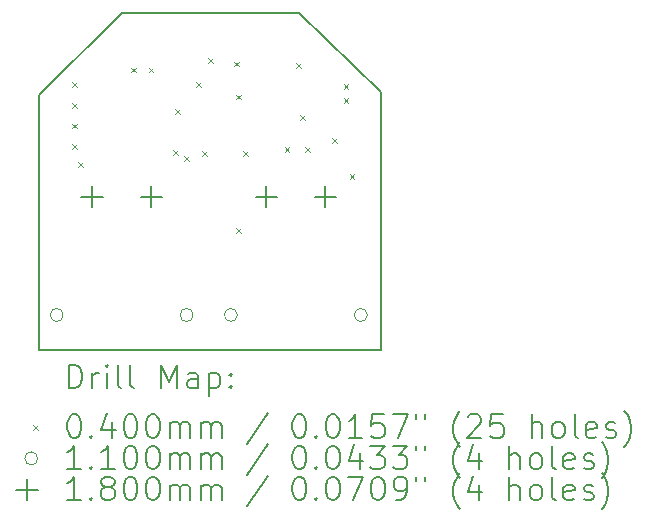
<source format=gbr>
%TF.GenerationSoftware,KiCad,Pcbnew,8.0.6*%
%TF.CreationDate,2024-12-04T14:05:33-08:00*%
%TF.ProjectId,micromppt,6d696372-6f6d-4707-9074-2e6b69636164,rev?*%
%TF.SameCoordinates,Original*%
%TF.FileFunction,Drillmap*%
%TF.FilePolarity,Positive*%
%FSLAX45Y45*%
G04 Gerber Fmt 4.5, Leading zero omitted, Abs format (unit mm)*
G04 Created by KiCad (PCBNEW 8.0.6) date 2024-12-04 14:05:33*
%MOMM*%
%LPD*%
G01*
G04 APERTURE LIST*
%ADD10C,0.200000*%
%ADD11C,0.100000*%
%ADD12C,0.110002*%
%ADD13C,0.179999*%
G04 APERTURE END LIST*
D10*
X9400000Y-6775000D02*
X9400000Y-4590000D01*
X6500000Y-4610000D02*
X6500000Y-6775000D01*
X6500000Y-4610000D02*
X7200000Y-3920000D01*
X9400000Y-4590000D02*
X8700000Y-3920000D01*
X8700000Y-3920000D02*
X7200000Y-3920000D01*
X6500000Y-6775000D02*
X9400000Y-6775000D01*
D11*
X6780000Y-4505000D02*
X6820000Y-4545000D01*
X6820000Y-4505000D02*
X6780000Y-4545000D01*
X6780000Y-4680000D02*
X6820000Y-4720000D01*
X6820000Y-4680000D02*
X6780000Y-4720000D01*
X6780000Y-4855000D02*
X6820000Y-4895000D01*
X6820000Y-4855000D02*
X6780000Y-4895000D01*
X6780000Y-5030000D02*
X6820000Y-5070000D01*
X6820000Y-5030000D02*
X6780000Y-5070000D01*
X6830000Y-5180000D02*
X6870000Y-5220000D01*
X6870000Y-5180000D02*
X6830000Y-5220000D01*
X7282703Y-4380000D02*
X7322703Y-4420000D01*
X7322703Y-4380000D02*
X7282703Y-4420000D01*
X7430000Y-4380000D02*
X7470000Y-4420000D01*
X7470000Y-4380000D02*
X7430000Y-4420000D01*
X7635000Y-5080000D02*
X7675000Y-5120000D01*
X7675000Y-5080000D02*
X7635000Y-5120000D01*
X7655000Y-4730000D02*
X7695000Y-4770000D01*
X7695000Y-4730000D02*
X7655000Y-4770000D01*
X7730000Y-5130000D02*
X7770000Y-5170000D01*
X7770000Y-5130000D02*
X7730000Y-5170000D01*
X7830000Y-4505000D02*
X7870000Y-4545000D01*
X7870000Y-4505000D02*
X7830000Y-4545000D01*
X7880000Y-5090000D02*
X7920000Y-5130000D01*
X7920000Y-5090000D02*
X7880000Y-5130000D01*
X7930000Y-4300000D02*
X7970000Y-4340000D01*
X7970000Y-4300000D02*
X7930000Y-4340000D01*
X8155000Y-4330000D02*
X8195000Y-4370000D01*
X8195000Y-4330000D02*
X8155000Y-4370000D01*
X8170000Y-4610000D02*
X8210000Y-4650000D01*
X8210000Y-4610000D02*
X8170000Y-4650000D01*
X8170000Y-5740000D02*
X8210000Y-5780000D01*
X8210000Y-5740000D02*
X8170000Y-5780000D01*
X8226265Y-5086265D02*
X8266265Y-5126265D01*
X8266265Y-5086265D02*
X8226265Y-5126265D01*
X8580000Y-5055000D02*
X8620000Y-5095000D01*
X8620000Y-5055000D02*
X8580000Y-5095000D01*
X8680000Y-4340000D02*
X8720000Y-4380000D01*
X8720000Y-4340000D02*
X8680000Y-4380000D01*
X8710000Y-4780000D02*
X8750000Y-4820000D01*
X8750000Y-4780000D02*
X8710000Y-4820000D01*
X8755000Y-5055000D02*
X8795000Y-5095000D01*
X8795000Y-5055000D02*
X8755000Y-5095000D01*
X8980000Y-4977500D02*
X9020000Y-5017500D01*
X9020000Y-4977500D02*
X8980000Y-5017500D01*
X9080000Y-4520000D02*
X9120000Y-4560000D01*
X9120000Y-4520000D02*
X9080000Y-4560000D01*
X9080000Y-4640000D02*
X9120000Y-4680000D01*
X9120000Y-4640000D02*
X9080000Y-4680000D01*
X9130000Y-5280000D02*
X9170000Y-5320000D01*
X9170000Y-5280000D02*
X9130000Y-5320000D01*
D12*
X6705001Y-6475000D02*
G75*
G02*
X6594999Y-6475000I-55001J0D01*
G01*
X6594999Y-6475000D02*
G75*
G02*
X6705001Y-6475000I55001J0D01*
G01*
X7805001Y-6475000D02*
G75*
G02*
X7694999Y-6475000I-55001J0D01*
G01*
X7694999Y-6475000D02*
G75*
G02*
X7805001Y-6475000I55001J0D01*
G01*
X8180001Y-6475000D02*
G75*
G02*
X8069999Y-6475000I-55001J0D01*
G01*
X8069999Y-6475000D02*
G75*
G02*
X8180001Y-6475000I55001J0D01*
G01*
X9280001Y-6475000D02*
G75*
G02*
X9169999Y-6475000I-55001J0D01*
G01*
X9169999Y-6475000D02*
G75*
G02*
X9280001Y-6475000I55001J0D01*
G01*
D13*
X6950000Y-5385000D02*
X6950000Y-5565000D01*
X6860000Y-5475000D02*
X7040000Y-5475000D01*
X7450000Y-5385000D02*
X7450000Y-5565000D01*
X7360000Y-5475000D02*
X7540000Y-5475000D01*
X8425000Y-5385000D02*
X8425000Y-5565000D01*
X8335000Y-5475000D02*
X8515000Y-5475000D01*
X8925000Y-5385000D02*
X8925000Y-5565000D01*
X8835000Y-5475000D02*
X9015000Y-5475000D01*
D10*
X6750777Y-7096484D02*
X6750777Y-6896484D01*
X6750777Y-6896484D02*
X6798396Y-6896484D01*
X6798396Y-6896484D02*
X6826967Y-6906008D01*
X6826967Y-6906008D02*
X6846015Y-6925055D01*
X6846015Y-6925055D02*
X6855539Y-6944103D01*
X6855539Y-6944103D02*
X6865062Y-6982198D01*
X6865062Y-6982198D02*
X6865062Y-7010769D01*
X6865062Y-7010769D02*
X6855539Y-7048865D01*
X6855539Y-7048865D02*
X6846015Y-7067912D01*
X6846015Y-7067912D02*
X6826967Y-7086960D01*
X6826967Y-7086960D02*
X6798396Y-7096484D01*
X6798396Y-7096484D02*
X6750777Y-7096484D01*
X6950777Y-7096484D02*
X6950777Y-6963150D01*
X6950777Y-7001246D02*
X6960301Y-6982198D01*
X6960301Y-6982198D02*
X6969824Y-6972674D01*
X6969824Y-6972674D02*
X6988872Y-6963150D01*
X6988872Y-6963150D02*
X7007920Y-6963150D01*
X7074586Y-7096484D02*
X7074586Y-6963150D01*
X7074586Y-6896484D02*
X7065062Y-6906008D01*
X7065062Y-6906008D02*
X7074586Y-6915531D01*
X7074586Y-6915531D02*
X7084110Y-6906008D01*
X7084110Y-6906008D02*
X7074586Y-6896484D01*
X7074586Y-6896484D02*
X7074586Y-6915531D01*
X7198396Y-7096484D02*
X7179348Y-7086960D01*
X7179348Y-7086960D02*
X7169824Y-7067912D01*
X7169824Y-7067912D02*
X7169824Y-6896484D01*
X7303158Y-7096484D02*
X7284110Y-7086960D01*
X7284110Y-7086960D02*
X7274586Y-7067912D01*
X7274586Y-7067912D02*
X7274586Y-6896484D01*
X7531729Y-7096484D02*
X7531729Y-6896484D01*
X7531729Y-6896484D02*
X7598396Y-7039341D01*
X7598396Y-7039341D02*
X7665062Y-6896484D01*
X7665062Y-6896484D02*
X7665062Y-7096484D01*
X7846015Y-7096484D02*
X7846015Y-6991722D01*
X7846015Y-6991722D02*
X7836491Y-6972674D01*
X7836491Y-6972674D02*
X7817443Y-6963150D01*
X7817443Y-6963150D02*
X7779348Y-6963150D01*
X7779348Y-6963150D02*
X7760301Y-6972674D01*
X7846015Y-7086960D02*
X7826967Y-7096484D01*
X7826967Y-7096484D02*
X7779348Y-7096484D01*
X7779348Y-7096484D02*
X7760301Y-7086960D01*
X7760301Y-7086960D02*
X7750777Y-7067912D01*
X7750777Y-7067912D02*
X7750777Y-7048865D01*
X7750777Y-7048865D02*
X7760301Y-7029817D01*
X7760301Y-7029817D02*
X7779348Y-7020293D01*
X7779348Y-7020293D02*
X7826967Y-7020293D01*
X7826967Y-7020293D02*
X7846015Y-7010769D01*
X7941253Y-6963150D02*
X7941253Y-7163150D01*
X7941253Y-6972674D02*
X7960301Y-6963150D01*
X7960301Y-6963150D02*
X7998396Y-6963150D01*
X7998396Y-6963150D02*
X8017443Y-6972674D01*
X8017443Y-6972674D02*
X8026967Y-6982198D01*
X8026967Y-6982198D02*
X8036491Y-7001246D01*
X8036491Y-7001246D02*
X8036491Y-7058388D01*
X8036491Y-7058388D02*
X8026967Y-7077436D01*
X8026967Y-7077436D02*
X8017443Y-7086960D01*
X8017443Y-7086960D02*
X7998396Y-7096484D01*
X7998396Y-7096484D02*
X7960301Y-7096484D01*
X7960301Y-7096484D02*
X7941253Y-7086960D01*
X8122205Y-7077436D02*
X8131729Y-7086960D01*
X8131729Y-7086960D02*
X8122205Y-7096484D01*
X8122205Y-7096484D02*
X8112682Y-7086960D01*
X8112682Y-7086960D02*
X8122205Y-7077436D01*
X8122205Y-7077436D02*
X8122205Y-7096484D01*
X8122205Y-6972674D02*
X8131729Y-6982198D01*
X8131729Y-6982198D02*
X8122205Y-6991722D01*
X8122205Y-6991722D02*
X8112682Y-6982198D01*
X8112682Y-6982198D02*
X8122205Y-6972674D01*
X8122205Y-6972674D02*
X8122205Y-6991722D01*
D11*
X6450000Y-7405000D02*
X6490000Y-7445000D01*
X6490000Y-7405000D02*
X6450000Y-7445000D01*
D10*
X6788872Y-7316484D02*
X6807920Y-7316484D01*
X6807920Y-7316484D02*
X6826967Y-7326008D01*
X6826967Y-7326008D02*
X6836491Y-7335531D01*
X6836491Y-7335531D02*
X6846015Y-7354579D01*
X6846015Y-7354579D02*
X6855539Y-7392674D01*
X6855539Y-7392674D02*
X6855539Y-7440293D01*
X6855539Y-7440293D02*
X6846015Y-7478388D01*
X6846015Y-7478388D02*
X6836491Y-7497436D01*
X6836491Y-7497436D02*
X6826967Y-7506960D01*
X6826967Y-7506960D02*
X6807920Y-7516484D01*
X6807920Y-7516484D02*
X6788872Y-7516484D01*
X6788872Y-7516484D02*
X6769824Y-7506960D01*
X6769824Y-7506960D02*
X6760301Y-7497436D01*
X6760301Y-7497436D02*
X6750777Y-7478388D01*
X6750777Y-7478388D02*
X6741253Y-7440293D01*
X6741253Y-7440293D02*
X6741253Y-7392674D01*
X6741253Y-7392674D02*
X6750777Y-7354579D01*
X6750777Y-7354579D02*
X6760301Y-7335531D01*
X6760301Y-7335531D02*
X6769824Y-7326008D01*
X6769824Y-7326008D02*
X6788872Y-7316484D01*
X6941253Y-7497436D02*
X6950777Y-7506960D01*
X6950777Y-7506960D02*
X6941253Y-7516484D01*
X6941253Y-7516484D02*
X6931729Y-7506960D01*
X6931729Y-7506960D02*
X6941253Y-7497436D01*
X6941253Y-7497436D02*
X6941253Y-7516484D01*
X7122205Y-7383150D02*
X7122205Y-7516484D01*
X7074586Y-7306960D02*
X7026967Y-7449817D01*
X7026967Y-7449817D02*
X7150777Y-7449817D01*
X7265062Y-7316484D02*
X7284110Y-7316484D01*
X7284110Y-7316484D02*
X7303158Y-7326008D01*
X7303158Y-7326008D02*
X7312682Y-7335531D01*
X7312682Y-7335531D02*
X7322205Y-7354579D01*
X7322205Y-7354579D02*
X7331729Y-7392674D01*
X7331729Y-7392674D02*
X7331729Y-7440293D01*
X7331729Y-7440293D02*
X7322205Y-7478388D01*
X7322205Y-7478388D02*
X7312682Y-7497436D01*
X7312682Y-7497436D02*
X7303158Y-7506960D01*
X7303158Y-7506960D02*
X7284110Y-7516484D01*
X7284110Y-7516484D02*
X7265062Y-7516484D01*
X7265062Y-7516484D02*
X7246015Y-7506960D01*
X7246015Y-7506960D02*
X7236491Y-7497436D01*
X7236491Y-7497436D02*
X7226967Y-7478388D01*
X7226967Y-7478388D02*
X7217443Y-7440293D01*
X7217443Y-7440293D02*
X7217443Y-7392674D01*
X7217443Y-7392674D02*
X7226967Y-7354579D01*
X7226967Y-7354579D02*
X7236491Y-7335531D01*
X7236491Y-7335531D02*
X7246015Y-7326008D01*
X7246015Y-7326008D02*
X7265062Y-7316484D01*
X7455539Y-7316484D02*
X7474586Y-7316484D01*
X7474586Y-7316484D02*
X7493634Y-7326008D01*
X7493634Y-7326008D02*
X7503158Y-7335531D01*
X7503158Y-7335531D02*
X7512682Y-7354579D01*
X7512682Y-7354579D02*
X7522205Y-7392674D01*
X7522205Y-7392674D02*
X7522205Y-7440293D01*
X7522205Y-7440293D02*
X7512682Y-7478388D01*
X7512682Y-7478388D02*
X7503158Y-7497436D01*
X7503158Y-7497436D02*
X7493634Y-7506960D01*
X7493634Y-7506960D02*
X7474586Y-7516484D01*
X7474586Y-7516484D02*
X7455539Y-7516484D01*
X7455539Y-7516484D02*
X7436491Y-7506960D01*
X7436491Y-7506960D02*
X7426967Y-7497436D01*
X7426967Y-7497436D02*
X7417443Y-7478388D01*
X7417443Y-7478388D02*
X7407920Y-7440293D01*
X7407920Y-7440293D02*
X7407920Y-7392674D01*
X7407920Y-7392674D02*
X7417443Y-7354579D01*
X7417443Y-7354579D02*
X7426967Y-7335531D01*
X7426967Y-7335531D02*
X7436491Y-7326008D01*
X7436491Y-7326008D02*
X7455539Y-7316484D01*
X7607920Y-7516484D02*
X7607920Y-7383150D01*
X7607920Y-7402198D02*
X7617443Y-7392674D01*
X7617443Y-7392674D02*
X7636491Y-7383150D01*
X7636491Y-7383150D02*
X7665063Y-7383150D01*
X7665063Y-7383150D02*
X7684110Y-7392674D01*
X7684110Y-7392674D02*
X7693634Y-7411722D01*
X7693634Y-7411722D02*
X7693634Y-7516484D01*
X7693634Y-7411722D02*
X7703158Y-7392674D01*
X7703158Y-7392674D02*
X7722205Y-7383150D01*
X7722205Y-7383150D02*
X7750777Y-7383150D01*
X7750777Y-7383150D02*
X7769824Y-7392674D01*
X7769824Y-7392674D02*
X7779348Y-7411722D01*
X7779348Y-7411722D02*
X7779348Y-7516484D01*
X7874586Y-7516484D02*
X7874586Y-7383150D01*
X7874586Y-7402198D02*
X7884110Y-7392674D01*
X7884110Y-7392674D02*
X7903158Y-7383150D01*
X7903158Y-7383150D02*
X7931729Y-7383150D01*
X7931729Y-7383150D02*
X7950777Y-7392674D01*
X7950777Y-7392674D02*
X7960301Y-7411722D01*
X7960301Y-7411722D02*
X7960301Y-7516484D01*
X7960301Y-7411722D02*
X7969824Y-7392674D01*
X7969824Y-7392674D02*
X7988872Y-7383150D01*
X7988872Y-7383150D02*
X8017443Y-7383150D01*
X8017443Y-7383150D02*
X8036491Y-7392674D01*
X8036491Y-7392674D02*
X8046015Y-7411722D01*
X8046015Y-7411722D02*
X8046015Y-7516484D01*
X8436491Y-7306960D02*
X8265063Y-7564103D01*
X8693634Y-7316484D02*
X8712682Y-7316484D01*
X8712682Y-7316484D02*
X8731729Y-7326008D01*
X8731729Y-7326008D02*
X8741253Y-7335531D01*
X8741253Y-7335531D02*
X8750777Y-7354579D01*
X8750777Y-7354579D02*
X8760301Y-7392674D01*
X8760301Y-7392674D02*
X8760301Y-7440293D01*
X8760301Y-7440293D02*
X8750777Y-7478388D01*
X8750777Y-7478388D02*
X8741253Y-7497436D01*
X8741253Y-7497436D02*
X8731729Y-7506960D01*
X8731729Y-7506960D02*
X8712682Y-7516484D01*
X8712682Y-7516484D02*
X8693634Y-7516484D01*
X8693634Y-7516484D02*
X8674587Y-7506960D01*
X8674587Y-7506960D02*
X8665063Y-7497436D01*
X8665063Y-7497436D02*
X8655539Y-7478388D01*
X8655539Y-7478388D02*
X8646015Y-7440293D01*
X8646015Y-7440293D02*
X8646015Y-7392674D01*
X8646015Y-7392674D02*
X8655539Y-7354579D01*
X8655539Y-7354579D02*
X8665063Y-7335531D01*
X8665063Y-7335531D02*
X8674587Y-7326008D01*
X8674587Y-7326008D02*
X8693634Y-7316484D01*
X8846015Y-7497436D02*
X8855539Y-7506960D01*
X8855539Y-7506960D02*
X8846015Y-7516484D01*
X8846015Y-7516484D02*
X8836491Y-7506960D01*
X8836491Y-7506960D02*
X8846015Y-7497436D01*
X8846015Y-7497436D02*
X8846015Y-7516484D01*
X8979348Y-7316484D02*
X8998396Y-7316484D01*
X8998396Y-7316484D02*
X9017444Y-7326008D01*
X9017444Y-7326008D02*
X9026968Y-7335531D01*
X9026968Y-7335531D02*
X9036491Y-7354579D01*
X9036491Y-7354579D02*
X9046015Y-7392674D01*
X9046015Y-7392674D02*
X9046015Y-7440293D01*
X9046015Y-7440293D02*
X9036491Y-7478388D01*
X9036491Y-7478388D02*
X9026968Y-7497436D01*
X9026968Y-7497436D02*
X9017444Y-7506960D01*
X9017444Y-7506960D02*
X8998396Y-7516484D01*
X8998396Y-7516484D02*
X8979348Y-7516484D01*
X8979348Y-7516484D02*
X8960301Y-7506960D01*
X8960301Y-7506960D02*
X8950777Y-7497436D01*
X8950777Y-7497436D02*
X8941253Y-7478388D01*
X8941253Y-7478388D02*
X8931729Y-7440293D01*
X8931729Y-7440293D02*
X8931729Y-7392674D01*
X8931729Y-7392674D02*
X8941253Y-7354579D01*
X8941253Y-7354579D02*
X8950777Y-7335531D01*
X8950777Y-7335531D02*
X8960301Y-7326008D01*
X8960301Y-7326008D02*
X8979348Y-7316484D01*
X9236491Y-7516484D02*
X9122206Y-7516484D01*
X9179348Y-7516484D02*
X9179348Y-7316484D01*
X9179348Y-7316484D02*
X9160301Y-7345055D01*
X9160301Y-7345055D02*
X9141253Y-7364103D01*
X9141253Y-7364103D02*
X9122206Y-7373627D01*
X9417444Y-7316484D02*
X9322206Y-7316484D01*
X9322206Y-7316484D02*
X9312682Y-7411722D01*
X9312682Y-7411722D02*
X9322206Y-7402198D01*
X9322206Y-7402198D02*
X9341253Y-7392674D01*
X9341253Y-7392674D02*
X9388872Y-7392674D01*
X9388872Y-7392674D02*
X9407920Y-7402198D01*
X9407920Y-7402198D02*
X9417444Y-7411722D01*
X9417444Y-7411722D02*
X9426968Y-7430769D01*
X9426968Y-7430769D02*
X9426968Y-7478388D01*
X9426968Y-7478388D02*
X9417444Y-7497436D01*
X9417444Y-7497436D02*
X9407920Y-7506960D01*
X9407920Y-7506960D02*
X9388872Y-7516484D01*
X9388872Y-7516484D02*
X9341253Y-7516484D01*
X9341253Y-7516484D02*
X9322206Y-7506960D01*
X9322206Y-7506960D02*
X9312682Y-7497436D01*
X9493634Y-7316484D02*
X9626968Y-7316484D01*
X9626968Y-7316484D02*
X9541253Y-7516484D01*
X9693634Y-7316484D02*
X9693634Y-7354579D01*
X9769825Y-7316484D02*
X9769825Y-7354579D01*
X10065063Y-7592674D02*
X10055539Y-7583150D01*
X10055539Y-7583150D02*
X10036491Y-7554579D01*
X10036491Y-7554579D02*
X10026968Y-7535531D01*
X10026968Y-7535531D02*
X10017444Y-7506960D01*
X10017444Y-7506960D02*
X10007920Y-7459341D01*
X10007920Y-7459341D02*
X10007920Y-7421246D01*
X10007920Y-7421246D02*
X10017444Y-7373627D01*
X10017444Y-7373627D02*
X10026968Y-7345055D01*
X10026968Y-7345055D02*
X10036491Y-7326008D01*
X10036491Y-7326008D02*
X10055539Y-7297436D01*
X10055539Y-7297436D02*
X10065063Y-7287912D01*
X10131730Y-7335531D02*
X10141253Y-7326008D01*
X10141253Y-7326008D02*
X10160301Y-7316484D01*
X10160301Y-7316484D02*
X10207920Y-7316484D01*
X10207920Y-7316484D02*
X10226968Y-7326008D01*
X10226968Y-7326008D02*
X10236491Y-7335531D01*
X10236491Y-7335531D02*
X10246015Y-7354579D01*
X10246015Y-7354579D02*
X10246015Y-7373627D01*
X10246015Y-7373627D02*
X10236491Y-7402198D01*
X10236491Y-7402198D02*
X10122206Y-7516484D01*
X10122206Y-7516484D02*
X10246015Y-7516484D01*
X10426968Y-7316484D02*
X10331730Y-7316484D01*
X10331730Y-7316484D02*
X10322206Y-7411722D01*
X10322206Y-7411722D02*
X10331730Y-7402198D01*
X10331730Y-7402198D02*
X10350777Y-7392674D01*
X10350777Y-7392674D02*
X10398396Y-7392674D01*
X10398396Y-7392674D02*
X10417444Y-7402198D01*
X10417444Y-7402198D02*
X10426968Y-7411722D01*
X10426968Y-7411722D02*
X10436491Y-7430769D01*
X10436491Y-7430769D02*
X10436491Y-7478388D01*
X10436491Y-7478388D02*
X10426968Y-7497436D01*
X10426968Y-7497436D02*
X10417444Y-7506960D01*
X10417444Y-7506960D02*
X10398396Y-7516484D01*
X10398396Y-7516484D02*
X10350777Y-7516484D01*
X10350777Y-7516484D02*
X10331730Y-7506960D01*
X10331730Y-7506960D02*
X10322206Y-7497436D01*
X10674587Y-7516484D02*
X10674587Y-7316484D01*
X10760301Y-7516484D02*
X10760301Y-7411722D01*
X10760301Y-7411722D02*
X10750777Y-7392674D01*
X10750777Y-7392674D02*
X10731730Y-7383150D01*
X10731730Y-7383150D02*
X10703158Y-7383150D01*
X10703158Y-7383150D02*
X10684111Y-7392674D01*
X10684111Y-7392674D02*
X10674587Y-7402198D01*
X10884111Y-7516484D02*
X10865063Y-7506960D01*
X10865063Y-7506960D02*
X10855539Y-7497436D01*
X10855539Y-7497436D02*
X10846015Y-7478388D01*
X10846015Y-7478388D02*
X10846015Y-7421246D01*
X10846015Y-7421246D02*
X10855539Y-7402198D01*
X10855539Y-7402198D02*
X10865063Y-7392674D01*
X10865063Y-7392674D02*
X10884111Y-7383150D01*
X10884111Y-7383150D02*
X10912682Y-7383150D01*
X10912682Y-7383150D02*
X10931730Y-7392674D01*
X10931730Y-7392674D02*
X10941253Y-7402198D01*
X10941253Y-7402198D02*
X10950777Y-7421246D01*
X10950777Y-7421246D02*
X10950777Y-7478388D01*
X10950777Y-7478388D02*
X10941253Y-7497436D01*
X10941253Y-7497436D02*
X10931730Y-7506960D01*
X10931730Y-7506960D02*
X10912682Y-7516484D01*
X10912682Y-7516484D02*
X10884111Y-7516484D01*
X11065063Y-7516484D02*
X11046015Y-7506960D01*
X11046015Y-7506960D02*
X11036492Y-7487912D01*
X11036492Y-7487912D02*
X11036492Y-7316484D01*
X11217444Y-7506960D02*
X11198396Y-7516484D01*
X11198396Y-7516484D02*
X11160301Y-7516484D01*
X11160301Y-7516484D02*
X11141253Y-7506960D01*
X11141253Y-7506960D02*
X11131730Y-7487912D01*
X11131730Y-7487912D02*
X11131730Y-7411722D01*
X11131730Y-7411722D02*
X11141253Y-7392674D01*
X11141253Y-7392674D02*
X11160301Y-7383150D01*
X11160301Y-7383150D02*
X11198396Y-7383150D01*
X11198396Y-7383150D02*
X11217444Y-7392674D01*
X11217444Y-7392674D02*
X11226968Y-7411722D01*
X11226968Y-7411722D02*
X11226968Y-7430769D01*
X11226968Y-7430769D02*
X11131730Y-7449817D01*
X11303158Y-7506960D02*
X11322206Y-7516484D01*
X11322206Y-7516484D02*
X11360301Y-7516484D01*
X11360301Y-7516484D02*
X11379349Y-7506960D01*
X11379349Y-7506960D02*
X11388872Y-7487912D01*
X11388872Y-7487912D02*
X11388872Y-7478388D01*
X11388872Y-7478388D02*
X11379349Y-7459341D01*
X11379349Y-7459341D02*
X11360301Y-7449817D01*
X11360301Y-7449817D02*
X11331730Y-7449817D01*
X11331730Y-7449817D02*
X11312682Y-7440293D01*
X11312682Y-7440293D02*
X11303158Y-7421246D01*
X11303158Y-7421246D02*
X11303158Y-7411722D01*
X11303158Y-7411722D02*
X11312682Y-7392674D01*
X11312682Y-7392674D02*
X11331730Y-7383150D01*
X11331730Y-7383150D02*
X11360301Y-7383150D01*
X11360301Y-7383150D02*
X11379349Y-7392674D01*
X11455539Y-7592674D02*
X11465063Y-7583150D01*
X11465063Y-7583150D02*
X11484111Y-7554579D01*
X11484111Y-7554579D02*
X11493634Y-7535531D01*
X11493634Y-7535531D02*
X11503158Y-7506960D01*
X11503158Y-7506960D02*
X11512682Y-7459341D01*
X11512682Y-7459341D02*
X11512682Y-7421246D01*
X11512682Y-7421246D02*
X11503158Y-7373627D01*
X11503158Y-7373627D02*
X11493634Y-7345055D01*
X11493634Y-7345055D02*
X11484111Y-7326008D01*
X11484111Y-7326008D02*
X11465063Y-7297436D01*
X11465063Y-7297436D02*
X11455539Y-7287912D01*
D12*
X6490000Y-7689000D02*
G75*
G02*
X6379998Y-7689000I-55001J0D01*
G01*
X6379998Y-7689000D02*
G75*
G02*
X6490000Y-7689000I55001J0D01*
G01*
D10*
X6855539Y-7780484D02*
X6741253Y-7780484D01*
X6798396Y-7780484D02*
X6798396Y-7580484D01*
X6798396Y-7580484D02*
X6779348Y-7609055D01*
X6779348Y-7609055D02*
X6760301Y-7628103D01*
X6760301Y-7628103D02*
X6741253Y-7637627D01*
X6941253Y-7761436D02*
X6950777Y-7770960D01*
X6950777Y-7770960D02*
X6941253Y-7780484D01*
X6941253Y-7780484D02*
X6931729Y-7770960D01*
X6931729Y-7770960D02*
X6941253Y-7761436D01*
X6941253Y-7761436D02*
X6941253Y-7780484D01*
X7141253Y-7780484D02*
X7026967Y-7780484D01*
X7084110Y-7780484D02*
X7084110Y-7580484D01*
X7084110Y-7580484D02*
X7065062Y-7609055D01*
X7065062Y-7609055D02*
X7046015Y-7628103D01*
X7046015Y-7628103D02*
X7026967Y-7637627D01*
X7265062Y-7580484D02*
X7284110Y-7580484D01*
X7284110Y-7580484D02*
X7303158Y-7590008D01*
X7303158Y-7590008D02*
X7312682Y-7599531D01*
X7312682Y-7599531D02*
X7322205Y-7618579D01*
X7322205Y-7618579D02*
X7331729Y-7656674D01*
X7331729Y-7656674D02*
X7331729Y-7704293D01*
X7331729Y-7704293D02*
X7322205Y-7742388D01*
X7322205Y-7742388D02*
X7312682Y-7761436D01*
X7312682Y-7761436D02*
X7303158Y-7770960D01*
X7303158Y-7770960D02*
X7284110Y-7780484D01*
X7284110Y-7780484D02*
X7265062Y-7780484D01*
X7265062Y-7780484D02*
X7246015Y-7770960D01*
X7246015Y-7770960D02*
X7236491Y-7761436D01*
X7236491Y-7761436D02*
X7226967Y-7742388D01*
X7226967Y-7742388D02*
X7217443Y-7704293D01*
X7217443Y-7704293D02*
X7217443Y-7656674D01*
X7217443Y-7656674D02*
X7226967Y-7618579D01*
X7226967Y-7618579D02*
X7236491Y-7599531D01*
X7236491Y-7599531D02*
X7246015Y-7590008D01*
X7246015Y-7590008D02*
X7265062Y-7580484D01*
X7455539Y-7580484D02*
X7474586Y-7580484D01*
X7474586Y-7580484D02*
X7493634Y-7590008D01*
X7493634Y-7590008D02*
X7503158Y-7599531D01*
X7503158Y-7599531D02*
X7512682Y-7618579D01*
X7512682Y-7618579D02*
X7522205Y-7656674D01*
X7522205Y-7656674D02*
X7522205Y-7704293D01*
X7522205Y-7704293D02*
X7512682Y-7742388D01*
X7512682Y-7742388D02*
X7503158Y-7761436D01*
X7503158Y-7761436D02*
X7493634Y-7770960D01*
X7493634Y-7770960D02*
X7474586Y-7780484D01*
X7474586Y-7780484D02*
X7455539Y-7780484D01*
X7455539Y-7780484D02*
X7436491Y-7770960D01*
X7436491Y-7770960D02*
X7426967Y-7761436D01*
X7426967Y-7761436D02*
X7417443Y-7742388D01*
X7417443Y-7742388D02*
X7407920Y-7704293D01*
X7407920Y-7704293D02*
X7407920Y-7656674D01*
X7407920Y-7656674D02*
X7417443Y-7618579D01*
X7417443Y-7618579D02*
X7426967Y-7599531D01*
X7426967Y-7599531D02*
X7436491Y-7590008D01*
X7436491Y-7590008D02*
X7455539Y-7580484D01*
X7607920Y-7780484D02*
X7607920Y-7647150D01*
X7607920Y-7666198D02*
X7617443Y-7656674D01*
X7617443Y-7656674D02*
X7636491Y-7647150D01*
X7636491Y-7647150D02*
X7665063Y-7647150D01*
X7665063Y-7647150D02*
X7684110Y-7656674D01*
X7684110Y-7656674D02*
X7693634Y-7675722D01*
X7693634Y-7675722D02*
X7693634Y-7780484D01*
X7693634Y-7675722D02*
X7703158Y-7656674D01*
X7703158Y-7656674D02*
X7722205Y-7647150D01*
X7722205Y-7647150D02*
X7750777Y-7647150D01*
X7750777Y-7647150D02*
X7769824Y-7656674D01*
X7769824Y-7656674D02*
X7779348Y-7675722D01*
X7779348Y-7675722D02*
X7779348Y-7780484D01*
X7874586Y-7780484D02*
X7874586Y-7647150D01*
X7874586Y-7666198D02*
X7884110Y-7656674D01*
X7884110Y-7656674D02*
X7903158Y-7647150D01*
X7903158Y-7647150D02*
X7931729Y-7647150D01*
X7931729Y-7647150D02*
X7950777Y-7656674D01*
X7950777Y-7656674D02*
X7960301Y-7675722D01*
X7960301Y-7675722D02*
X7960301Y-7780484D01*
X7960301Y-7675722D02*
X7969824Y-7656674D01*
X7969824Y-7656674D02*
X7988872Y-7647150D01*
X7988872Y-7647150D02*
X8017443Y-7647150D01*
X8017443Y-7647150D02*
X8036491Y-7656674D01*
X8036491Y-7656674D02*
X8046015Y-7675722D01*
X8046015Y-7675722D02*
X8046015Y-7780484D01*
X8436491Y-7570960D02*
X8265063Y-7828103D01*
X8693634Y-7580484D02*
X8712682Y-7580484D01*
X8712682Y-7580484D02*
X8731729Y-7590008D01*
X8731729Y-7590008D02*
X8741253Y-7599531D01*
X8741253Y-7599531D02*
X8750777Y-7618579D01*
X8750777Y-7618579D02*
X8760301Y-7656674D01*
X8760301Y-7656674D02*
X8760301Y-7704293D01*
X8760301Y-7704293D02*
X8750777Y-7742388D01*
X8750777Y-7742388D02*
X8741253Y-7761436D01*
X8741253Y-7761436D02*
X8731729Y-7770960D01*
X8731729Y-7770960D02*
X8712682Y-7780484D01*
X8712682Y-7780484D02*
X8693634Y-7780484D01*
X8693634Y-7780484D02*
X8674587Y-7770960D01*
X8674587Y-7770960D02*
X8665063Y-7761436D01*
X8665063Y-7761436D02*
X8655539Y-7742388D01*
X8655539Y-7742388D02*
X8646015Y-7704293D01*
X8646015Y-7704293D02*
X8646015Y-7656674D01*
X8646015Y-7656674D02*
X8655539Y-7618579D01*
X8655539Y-7618579D02*
X8665063Y-7599531D01*
X8665063Y-7599531D02*
X8674587Y-7590008D01*
X8674587Y-7590008D02*
X8693634Y-7580484D01*
X8846015Y-7761436D02*
X8855539Y-7770960D01*
X8855539Y-7770960D02*
X8846015Y-7780484D01*
X8846015Y-7780484D02*
X8836491Y-7770960D01*
X8836491Y-7770960D02*
X8846015Y-7761436D01*
X8846015Y-7761436D02*
X8846015Y-7780484D01*
X8979348Y-7580484D02*
X8998396Y-7580484D01*
X8998396Y-7580484D02*
X9017444Y-7590008D01*
X9017444Y-7590008D02*
X9026968Y-7599531D01*
X9026968Y-7599531D02*
X9036491Y-7618579D01*
X9036491Y-7618579D02*
X9046015Y-7656674D01*
X9046015Y-7656674D02*
X9046015Y-7704293D01*
X9046015Y-7704293D02*
X9036491Y-7742388D01*
X9036491Y-7742388D02*
X9026968Y-7761436D01*
X9026968Y-7761436D02*
X9017444Y-7770960D01*
X9017444Y-7770960D02*
X8998396Y-7780484D01*
X8998396Y-7780484D02*
X8979348Y-7780484D01*
X8979348Y-7780484D02*
X8960301Y-7770960D01*
X8960301Y-7770960D02*
X8950777Y-7761436D01*
X8950777Y-7761436D02*
X8941253Y-7742388D01*
X8941253Y-7742388D02*
X8931729Y-7704293D01*
X8931729Y-7704293D02*
X8931729Y-7656674D01*
X8931729Y-7656674D02*
X8941253Y-7618579D01*
X8941253Y-7618579D02*
X8950777Y-7599531D01*
X8950777Y-7599531D02*
X8960301Y-7590008D01*
X8960301Y-7590008D02*
X8979348Y-7580484D01*
X9217444Y-7647150D02*
X9217444Y-7780484D01*
X9169825Y-7570960D02*
X9122206Y-7713817D01*
X9122206Y-7713817D02*
X9246015Y-7713817D01*
X9303158Y-7580484D02*
X9426968Y-7580484D01*
X9426968Y-7580484D02*
X9360301Y-7656674D01*
X9360301Y-7656674D02*
X9388872Y-7656674D01*
X9388872Y-7656674D02*
X9407920Y-7666198D01*
X9407920Y-7666198D02*
X9417444Y-7675722D01*
X9417444Y-7675722D02*
X9426968Y-7694769D01*
X9426968Y-7694769D02*
X9426968Y-7742388D01*
X9426968Y-7742388D02*
X9417444Y-7761436D01*
X9417444Y-7761436D02*
X9407920Y-7770960D01*
X9407920Y-7770960D02*
X9388872Y-7780484D01*
X9388872Y-7780484D02*
X9331729Y-7780484D01*
X9331729Y-7780484D02*
X9312682Y-7770960D01*
X9312682Y-7770960D02*
X9303158Y-7761436D01*
X9493634Y-7580484D02*
X9617444Y-7580484D01*
X9617444Y-7580484D02*
X9550777Y-7656674D01*
X9550777Y-7656674D02*
X9579349Y-7656674D01*
X9579349Y-7656674D02*
X9598396Y-7666198D01*
X9598396Y-7666198D02*
X9607920Y-7675722D01*
X9607920Y-7675722D02*
X9617444Y-7694769D01*
X9617444Y-7694769D02*
X9617444Y-7742388D01*
X9617444Y-7742388D02*
X9607920Y-7761436D01*
X9607920Y-7761436D02*
X9598396Y-7770960D01*
X9598396Y-7770960D02*
X9579349Y-7780484D01*
X9579349Y-7780484D02*
X9522206Y-7780484D01*
X9522206Y-7780484D02*
X9503158Y-7770960D01*
X9503158Y-7770960D02*
X9493634Y-7761436D01*
X9693634Y-7580484D02*
X9693634Y-7618579D01*
X9769825Y-7580484D02*
X9769825Y-7618579D01*
X10065063Y-7856674D02*
X10055539Y-7847150D01*
X10055539Y-7847150D02*
X10036491Y-7818579D01*
X10036491Y-7818579D02*
X10026968Y-7799531D01*
X10026968Y-7799531D02*
X10017444Y-7770960D01*
X10017444Y-7770960D02*
X10007920Y-7723341D01*
X10007920Y-7723341D02*
X10007920Y-7685246D01*
X10007920Y-7685246D02*
X10017444Y-7637627D01*
X10017444Y-7637627D02*
X10026968Y-7609055D01*
X10026968Y-7609055D02*
X10036491Y-7590008D01*
X10036491Y-7590008D02*
X10055539Y-7561436D01*
X10055539Y-7561436D02*
X10065063Y-7551912D01*
X10226968Y-7647150D02*
X10226968Y-7780484D01*
X10179349Y-7570960D02*
X10131730Y-7713817D01*
X10131730Y-7713817D02*
X10255539Y-7713817D01*
X10484111Y-7780484D02*
X10484111Y-7580484D01*
X10569825Y-7780484D02*
X10569825Y-7675722D01*
X10569825Y-7675722D02*
X10560301Y-7656674D01*
X10560301Y-7656674D02*
X10541253Y-7647150D01*
X10541253Y-7647150D02*
X10512682Y-7647150D01*
X10512682Y-7647150D02*
X10493634Y-7656674D01*
X10493634Y-7656674D02*
X10484111Y-7666198D01*
X10693634Y-7780484D02*
X10674587Y-7770960D01*
X10674587Y-7770960D02*
X10665063Y-7761436D01*
X10665063Y-7761436D02*
X10655539Y-7742388D01*
X10655539Y-7742388D02*
X10655539Y-7685246D01*
X10655539Y-7685246D02*
X10665063Y-7666198D01*
X10665063Y-7666198D02*
X10674587Y-7656674D01*
X10674587Y-7656674D02*
X10693634Y-7647150D01*
X10693634Y-7647150D02*
X10722206Y-7647150D01*
X10722206Y-7647150D02*
X10741253Y-7656674D01*
X10741253Y-7656674D02*
X10750777Y-7666198D01*
X10750777Y-7666198D02*
X10760301Y-7685246D01*
X10760301Y-7685246D02*
X10760301Y-7742388D01*
X10760301Y-7742388D02*
X10750777Y-7761436D01*
X10750777Y-7761436D02*
X10741253Y-7770960D01*
X10741253Y-7770960D02*
X10722206Y-7780484D01*
X10722206Y-7780484D02*
X10693634Y-7780484D01*
X10874587Y-7780484D02*
X10855539Y-7770960D01*
X10855539Y-7770960D02*
X10846015Y-7751912D01*
X10846015Y-7751912D02*
X10846015Y-7580484D01*
X11026968Y-7770960D02*
X11007920Y-7780484D01*
X11007920Y-7780484D02*
X10969825Y-7780484D01*
X10969825Y-7780484D02*
X10950777Y-7770960D01*
X10950777Y-7770960D02*
X10941253Y-7751912D01*
X10941253Y-7751912D02*
X10941253Y-7675722D01*
X10941253Y-7675722D02*
X10950777Y-7656674D01*
X10950777Y-7656674D02*
X10969825Y-7647150D01*
X10969825Y-7647150D02*
X11007920Y-7647150D01*
X11007920Y-7647150D02*
X11026968Y-7656674D01*
X11026968Y-7656674D02*
X11036492Y-7675722D01*
X11036492Y-7675722D02*
X11036492Y-7694769D01*
X11036492Y-7694769D02*
X10941253Y-7713817D01*
X11112682Y-7770960D02*
X11131730Y-7780484D01*
X11131730Y-7780484D02*
X11169825Y-7780484D01*
X11169825Y-7780484D02*
X11188872Y-7770960D01*
X11188872Y-7770960D02*
X11198396Y-7751912D01*
X11198396Y-7751912D02*
X11198396Y-7742388D01*
X11198396Y-7742388D02*
X11188872Y-7723341D01*
X11188872Y-7723341D02*
X11169825Y-7713817D01*
X11169825Y-7713817D02*
X11141253Y-7713817D01*
X11141253Y-7713817D02*
X11122206Y-7704293D01*
X11122206Y-7704293D02*
X11112682Y-7685246D01*
X11112682Y-7685246D02*
X11112682Y-7675722D01*
X11112682Y-7675722D02*
X11122206Y-7656674D01*
X11122206Y-7656674D02*
X11141253Y-7647150D01*
X11141253Y-7647150D02*
X11169825Y-7647150D01*
X11169825Y-7647150D02*
X11188872Y-7656674D01*
X11265063Y-7856674D02*
X11274587Y-7847150D01*
X11274587Y-7847150D02*
X11293634Y-7818579D01*
X11293634Y-7818579D02*
X11303158Y-7799531D01*
X11303158Y-7799531D02*
X11312682Y-7770960D01*
X11312682Y-7770960D02*
X11322206Y-7723341D01*
X11322206Y-7723341D02*
X11322206Y-7685246D01*
X11322206Y-7685246D02*
X11312682Y-7637627D01*
X11312682Y-7637627D02*
X11303158Y-7609055D01*
X11303158Y-7609055D02*
X11293634Y-7590008D01*
X11293634Y-7590008D02*
X11274587Y-7561436D01*
X11274587Y-7561436D02*
X11265063Y-7551912D01*
D13*
X6400000Y-7863000D02*
X6400000Y-8043000D01*
X6310000Y-7953000D02*
X6490000Y-7953000D01*
D10*
X6855539Y-8044484D02*
X6741253Y-8044484D01*
X6798396Y-8044484D02*
X6798396Y-7844484D01*
X6798396Y-7844484D02*
X6779348Y-7873055D01*
X6779348Y-7873055D02*
X6760301Y-7892103D01*
X6760301Y-7892103D02*
X6741253Y-7901627D01*
X6941253Y-8025436D02*
X6950777Y-8034960D01*
X6950777Y-8034960D02*
X6941253Y-8044484D01*
X6941253Y-8044484D02*
X6931729Y-8034960D01*
X6931729Y-8034960D02*
X6941253Y-8025436D01*
X6941253Y-8025436D02*
X6941253Y-8044484D01*
X7065062Y-7930198D02*
X7046015Y-7920674D01*
X7046015Y-7920674D02*
X7036491Y-7911150D01*
X7036491Y-7911150D02*
X7026967Y-7892103D01*
X7026967Y-7892103D02*
X7026967Y-7882579D01*
X7026967Y-7882579D02*
X7036491Y-7863531D01*
X7036491Y-7863531D02*
X7046015Y-7854008D01*
X7046015Y-7854008D02*
X7065062Y-7844484D01*
X7065062Y-7844484D02*
X7103158Y-7844484D01*
X7103158Y-7844484D02*
X7122205Y-7854008D01*
X7122205Y-7854008D02*
X7131729Y-7863531D01*
X7131729Y-7863531D02*
X7141253Y-7882579D01*
X7141253Y-7882579D02*
X7141253Y-7892103D01*
X7141253Y-7892103D02*
X7131729Y-7911150D01*
X7131729Y-7911150D02*
X7122205Y-7920674D01*
X7122205Y-7920674D02*
X7103158Y-7930198D01*
X7103158Y-7930198D02*
X7065062Y-7930198D01*
X7065062Y-7930198D02*
X7046015Y-7939722D01*
X7046015Y-7939722D02*
X7036491Y-7949246D01*
X7036491Y-7949246D02*
X7026967Y-7968293D01*
X7026967Y-7968293D02*
X7026967Y-8006388D01*
X7026967Y-8006388D02*
X7036491Y-8025436D01*
X7036491Y-8025436D02*
X7046015Y-8034960D01*
X7046015Y-8034960D02*
X7065062Y-8044484D01*
X7065062Y-8044484D02*
X7103158Y-8044484D01*
X7103158Y-8044484D02*
X7122205Y-8034960D01*
X7122205Y-8034960D02*
X7131729Y-8025436D01*
X7131729Y-8025436D02*
X7141253Y-8006388D01*
X7141253Y-8006388D02*
X7141253Y-7968293D01*
X7141253Y-7968293D02*
X7131729Y-7949246D01*
X7131729Y-7949246D02*
X7122205Y-7939722D01*
X7122205Y-7939722D02*
X7103158Y-7930198D01*
X7265062Y-7844484D02*
X7284110Y-7844484D01*
X7284110Y-7844484D02*
X7303158Y-7854008D01*
X7303158Y-7854008D02*
X7312682Y-7863531D01*
X7312682Y-7863531D02*
X7322205Y-7882579D01*
X7322205Y-7882579D02*
X7331729Y-7920674D01*
X7331729Y-7920674D02*
X7331729Y-7968293D01*
X7331729Y-7968293D02*
X7322205Y-8006388D01*
X7322205Y-8006388D02*
X7312682Y-8025436D01*
X7312682Y-8025436D02*
X7303158Y-8034960D01*
X7303158Y-8034960D02*
X7284110Y-8044484D01*
X7284110Y-8044484D02*
X7265062Y-8044484D01*
X7265062Y-8044484D02*
X7246015Y-8034960D01*
X7246015Y-8034960D02*
X7236491Y-8025436D01*
X7236491Y-8025436D02*
X7226967Y-8006388D01*
X7226967Y-8006388D02*
X7217443Y-7968293D01*
X7217443Y-7968293D02*
X7217443Y-7920674D01*
X7217443Y-7920674D02*
X7226967Y-7882579D01*
X7226967Y-7882579D02*
X7236491Y-7863531D01*
X7236491Y-7863531D02*
X7246015Y-7854008D01*
X7246015Y-7854008D02*
X7265062Y-7844484D01*
X7455539Y-7844484D02*
X7474586Y-7844484D01*
X7474586Y-7844484D02*
X7493634Y-7854008D01*
X7493634Y-7854008D02*
X7503158Y-7863531D01*
X7503158Y-7863531D02*
X7512682Y-7882579D01*
X7512682Y-7882579D02*
X7522205Y-7920674D01*
X7522205Y-7920674D02*
X7522205Y-7968293D01*
X7522205Y-7968293D02*
X7512682Y-8006388D01*
X7512682Y-8006388D02*
X7503158Y-8025436D01*
X7503158Y-8025436D02*
X7493634Y-8034960D01*
X7493634Y-8034960D02*
X7474586Y-8044484D01*
X7474586Y-8044484D02*
X7455539Y-8044484D01*
X7455539Y-8044484D02*
X7436491Y-8034960D01*
X7436491Y-8034960D02*
X7426967Y-8025436D01*
X7426967Y-8025436D02*
X7417443Y-8006388D01*
X7417443Y-8006388D02*
X7407920Y-7968293D01*
X7407920Y-7968293D02*
X7407920Y-7920674D01*
X7407920Y-7920674D02*
X7417443Y-7882579D01*
X7417443Y-7882579D02*
X7426967Y-7863531D01*
X7426967Y-7863531D02*
X7436491Y-7854008D01*
X7436491Y-7854008D02*
X7455539Y-7844484D01*
X7607920Y-8044484D02*
X7607920Y-7911150D01*
X7607920Y-7930198D02*
X7617443Y-7920674D01*
X7617443Y-7920674D02*
X7636491Y-7911150D01*
X7636491Y-7911150D02*
X7665063Y-7911150D01*
X7665063Y-7911150D02*
X7684110Y-7920674D01*
X7684110Y-7920674D02*
X7693634Y-7939722D01*
X7693634Y-7939722D02*
X7693634Y-8044484D01*
X7693634Y-7939722D02*
X7703158Y-7920674D01*
X7703158Y-7920674D02*
X7722205Y-7911150D01*
X7722205Y-7911150D02*
X7750777Y-7911150D01*
X7750777Y-7911150D02*
X7769824Y-7920674D01*
X7769824Y-7920674D02*
X7779348Y-7939722D01*
X7779348Y-7939722D02*
X7779348Y-8044484D01*
X7874586Y-8044484D02*
X7874586Y-7911150D01*
X7874586Y-7930198D02*
X7884110Y-7920674D01*
X7884110Y-7920674D02*
X7903158Y-7911150D01*
X7903158Y-7911150D02*
X7931729Y-7911150D01*
X7931729Y-7911150D02*
X7950777Y-7920674D01*
X7950777Y-7920674D02*
X7960301Y-7939722D01*
X7960301Y-7939722D02*
X7960301Y-8044484D01*
X7960301Y-7939722D02*
X7969824Y-7920674D01*
X7969824Y-7920674D02*
X7988872Y-7911150D01*
X7988872Y-7911150D02*
X8017443Y-7911150D01*
X8017443Y-7911150D02*
X8036491Y-7920674D01*
X8036491Y-7920674D02*
X8046015Y-7939722D01*
X8046015Y-7939722D02*
X8046015Y-8044484D01*
X8436491Y-7834960D02*
X8265063Y-8092103D01*
X8693634Y-7844484D02*
X8712682Y-7844484D01*
X8712682Y-7844484D02*
X8731729Y-7854008D01*
X8731729Y-7854008D02*
X8741253Y-7863531D01*
X8741253Y-7863531D02*
X8750777Y-7882579D01*
X8750777Y-7882579D02*
X8760301Y-7920674D01*
X8760301Y-7920674D02*
X8760301Y-7968293D01*
X8760301Y-7968293D02*
X8750777Y-8006388D01*
X8750777Y-8006388D02*
X8741253Y-8025436D01*
X8741253Y-8025436D02*
X8731729Y-8034960D01*
X8731729Y-8034960D02*
X8712682Y-8044484D01*
X8712682Y-8044484D02*
X8693634Y-8044484D01*
X8693634Y-8044484D02*
X8674587Y-8034960D01*
X8674587Y-8034960D02*
X8665063Y-8025436D01*
X8665063Y-8025436D02*
X8655539Y-8006388D01*
X8655539Y-8006388D02*
X8646015Y-7968293D01*
X8646015Y-7968293D02*
X8646015Y-7920674D01*
X8646015Y-7920674D02*
X8655539Y-7882579D01*
X8655539Y-7882579D02*
X8665063Y-7863531D01*
X8665063Y-7863531D02*
X8674587Y-7854008D01*
X8674587Y-7854008D02*
X8693634Y-7844484D01*
X8846015Y-8025436D02*
X8855539Y-8034960D01*
X8855539Y-8034960D02*
X8846015Y-8044484D01*
X8846015Y-8044484D02*
X8836491Y-8034960D01*
X8836491Y-8034960D02*
X8846015Y-8025436D01*
X8846015Y-8025436D02*
X8846015Y-8044484D01*
X8979348Y-7844484D02*
X8998396Y-7844484D01*
X8998396Y-7844484D02*
X9017444Y-7854008D01*
X9017444Y-7854008D02*
X9026968Y-7863531D01*
X9026968Y-7863531D02*
X9036491Y-7882579D01*
X9036491Y-7882579D02*
X9046015Y-7920674D01*
X9046015Y-7920674D02*
X9046015Y-7968293D01*
X9046015Y-7968293D02*
X9036491Y-8006388D01*
X9036491Y-8006388D02*
X9026968Y-8025436D01*
X9026968Y-8025436D02*
X9017444Y-8034960D01*
X9017444Y-8034960D02*
X8998396Y-8044484D01*
X8998396Y-8044484D02*
X8979348Y-8044484D01*
X8979348Y-8044484D02*
X8960301Y-8034960D01*
X8960301Y-8034960D02*
X8950777Y-8025436D01*
X8950777Y-8025436D02*
X8941253Y-8006388D01*
X8941253Y-8006388D02*
X8931729Y-7968293D01*
X8931729Y-7968293D02*
X8931729Y-7920674D01*
X8931729Y-7920674D02*
X8941253Y-7882579D01*
X8941253Y-7882579D02*
X8950777Y-7863531D01*
X8950777Y-7863531D02*
X8960301Y-7854008D01*
X8960301Y-7854008D02*
X8979348Y-7844484D01*
X9112682Y-7844484D02*
X9246015Y-7844484D01*
X9246015Y-7844484D02*
X9160301Y-8044484D01*
X9360301Y-7844484D02*
X9379349Y-7844484D01*
X9379349Y-7844484D02*
X9398396Y-7854008D01*
X9398396Y-7854008D02*
X9407920Y-7863531D01*
X9407920Y-7863531D02*
X9417444Y-7882579D01*
X9417444Y-7882579D02*
X9426968Y-7920674D01*
X9426968Y-7920674D02*
X9426968Y-7968293D01*
X9426968Y-7968293D02*
X9417444Y-8006388D01*
X9417444Y-8006388D02*
X9407920Y-8025436D01*
X9407920Y-8025436D02*
X9398396Y-8034960D01*
X9398396Y-8034960D02*
X9379349Y-8044484D01*
X9379349Y-8044484D02*
X9360301Y-8044484D01*
X9360301Y-8044484D02*
X9341253Y-8034960D01*
X9341253Y-8034960D02*
X9331729Y-8025436D01*
X9331729Y-8025436D02*
X9322206Y-8006388D01*
X9322206Y-8006388D02*
X9312682Y-7968293D01*
X9312682Y-7968293D02*
X9312682Y-7920674D01*
X9312682Y-7920674D02*
X9322206Y-7882579D01*
X9322206Y-7882579D02*
X9331729Y-7863531D01*
X9331729Y-7863531D02*
X9341253Y-7854008D01*
X9341253Y-7854008D02*
X9360301Y-7844484D01*
X9522206Y-8044484D02*
X9560301Y-8044484D01*
X9560301Y-8044484D02*
X9579349Y-8034960D01*
X9579349Y-8034960D02*
X9588872Y-8025436D01*
X9588872Y-8025436D02*
X9607920Y-7996865D01*
X9607920Y-7996865D02*
X9617444Y-7958769D01*
X9617444Y-7958769D02*
X9617444Y-7882579D01*
X9617444Y-7882579D02*
X9607920Y-7863531D01*
X9607920Y-7863531D02*
X9598396Y-7854008D01*
X9598396Y-7854008D02*
X9579349Y-7844484D01*
X9579349Y-7844484D02*
X9541253Y-7844484D01*
X9541253Y-7844484D02*
X9522206Y-7854008D01*
X9522206Y-7854008D02*
X9512682Y-7863531D01*
X9512682Y-7863531D02*
X9503158Y-7882579D01*
X9503158Y-7882579D02*
X9503158Y-7930198D01*
X9503158Y-7930198D02*
X9512682Y-7949246D01*
X9512682Y-7949246D02*
X9522206Y-7958769D01*
X9522206Y-7958769D02*
X9541253Y-7968293D01*
X9541253Y-7968293D02*
X9579349Y-7968293D01*
X9579349Y-7968293D02*
X9598396Y-7958769D01*
X9598396Y-7958769D02*
X9607920Y-7949246D01*
X9607920Y-7949246D02*
X9617444Y-7930198D01*
X9693634Y-7844484D02*
X9693634Y-7882579D01*
X9769825Y-7844484D02*
X9769825Y-7882579D01*
X10065063Y-8120674D02*
X10055539Y-8111150D01*
X10055539Y-8111150D02*
X10036491Y-8082579D01*
X10036491Y-8082579D02*
X10026968Y-8063531D01*
X10026968Y-8063531D02*
X10017444Y-8034960D01*
X10017444Y-8034960D02*
X10007920Y-7987341D01*
X10007920Y-7987341D02*
X10007920Y-7949246D01*
X10007920Y-7949246D02*
X10017444Y-7901627D01*
X10017444Y-7901627D02*
X10026968Y-7873055D01*
X10026968Y-7873055D02*
X10036491Y-7854008D01*
X10036491Y-7854008D02*
X10055539Y-7825436D01*
X10055539Y-7825436D02*
X10065063Y-7815912D01*
X10226968Y-7911150D02*
X10226968Y-8044484D01*
X10179349Y-7834960D02*
X10131730Y-7977817D01*
X10131730Y-7977817D02*
X10255539Y-7977817D01*
X10484111Y-8044484D02*
X10484111Y-7844484D01*
X10569825Y-8044484D02*
X10569825Y-7939722D01*
X10569825Y-7939722D02*
X10560301Y-7920674D01*
X10560301Y-7920674D02*
X10541253Y-7911150D01*
X10541253Y-7911150D02*
X10512682Y-7911150D01*
X10512682Y-7911150D02*
X10493634Y-7920674D01*
X10493634Y-7920674D02*
X10484111Y-7930198D01*
X10693634Y-8044484D02*
X10674587Y-8034960D01*
X10674587Y-8034960D02*
X10665063Y-8025436D01*
X10665063Y-8025436D02*
X10655539Y-8006388D01*
X10655539Y-8006388D02*
X10655539Y-7949246D01*
X10655539Y-7949246D02*
X10665063Y-7930198D01*
X10665063Y-7930198D02*
X10674587Y-7920674D01*
X10674587Y-7920674D02*
X10693634Y-7911150D01*
X10693634Y-7911150D02*
X10722206Y-7911150D01*
X10722206Y-7911150D02*
X10741253Y-7920674D01*
X10741253Y-7920674D02*
X10750777Y-7930198D01*
X10750777Y-7930198D02*
X10760301Y-7949246D01*
X10760301Y-7949246D02*
X10760301Y-8006388D01*
X10760301Y-8006388D02*
X10750777Y-8025436D01*
X10750777Y-8025436D02*
X10741253Y-8034960D01*
X10741253Y-8034960D02*
X10722206Y-8044484D01*
X10722206Y-8044484D02*
X10693634Y-8044484D01*
X10874587Y-8044484D02*
X10855539Y-8034960D01*
X10855539Y-8034960D02*
X10846015Y-8015912D01*
X10846015Y-8015912D02*
X10846015Y-7844484D01*
X11026968Y-8034960D02*
X11007920Y-8044484D01*
X11007920Y-8044484D02*
X10969825Y-8044484D01*
X10969825Y-8044484D02*
X10950777Y-8034960D01*
X10950777Y-8034960D02*
X10941253Y-8015912D01*
X10941253Y-8015912D02*
X10941253Y-7939722D01*
X10941253Y-7939722D02*
X10950777Y-7920674D01*
X10950777Y-7920674D02*
X10969825Y-7911150D01*
X10969825Y-7911150D02*
X11007920Y-7911150D01*
X11007920Y-7911150D02*
X11026968Y-7920674D01*
X11026968Y-7920674D02*
X11036492Y-7939722D01*
X11036492Y-7939722D02*
X11036492Y-7958769D01*
X11036492Y-7958769D02*
X10941253Y-7977817D01*
X11112682Y-8034960D02*
X11131730Y-8044484D01*
X11131730Y-8044484D02*
X11169825Y-8044484D01*
X11169825Y-8044484D02*
X11188872Y-8034960D01*
X11188872Y-8034960D02*
X11198396Y-8015912D01*
X11198396Y-8015912D02*
X11198396Y-8006388D01*
X11198396Y-8006388D02*
X11188872Y-7987341D01*
X11188872Y-7987341D02*
X11169825Y-7977817D01*
X11169825Y-7977817D02*
X11141253Y-7977817D01*
X11141253Y-7977817D02*
X11122206Y-7968293D01*
X11122206Y-7968293D02*
X11112682Y-7949246D01*
X11112682Y-7949246D02*
X11112682Y-7939722D01*
X11112682Y-7939722D02*
X11122206Y-7920674D01*
X11122206Y-7920674D02*
X11141253Y-7911150D01*
X11141253Y-7911150D02*
X11169825Y-7911150D01*
X11169825Y-7911150D02*
X11188872Y-7920674D01*
X11265063Y-8120674D02*
X11274587Y-8111150D01*
X11274587Y-8111150D02*
X11293634Y-8082579D01*
X11293634Y-8082579D02*
X11303158Y-8063531D01*
X11303158Y-8063531D02*
X11312682Y-8034960D01*
X11312682Y-8034960D02*
X11322206Y-7987341D01*
X11322206Y-7987341D02*
X11322206Y-7949246D01*
X11322206Y-7949246D02*
X11312682Y-7901627D01*
X11312682Y-7901627D02*
X11303158Y-7873055D01*
X11303158Y-7873055D02*
X11293634Y-7854008D01*
X11293634Y-7854008D02*
X11274587Y-7825436D01*
X11274587Y-7825436D02*
X11265063Y-7815912D01*
M02*

</source>
